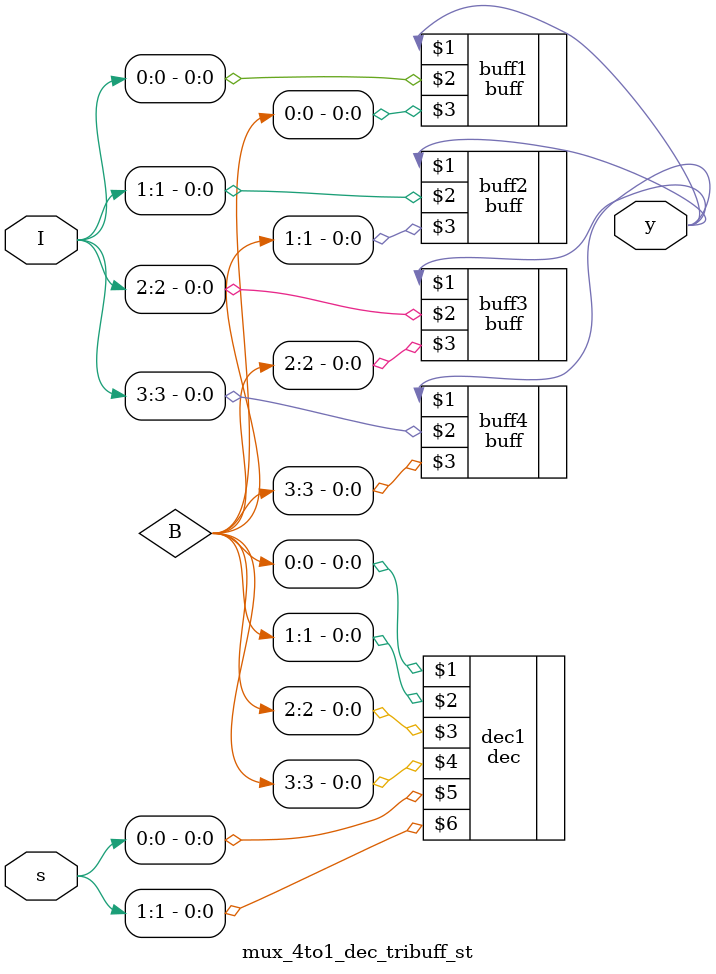
<source format=v>
module mux_4to1_dec_tribuff_st(input [1:0]s, input [3:0]I,output y);
wire [3:0]B;
dec dec1(B[0],B[1],B[2],B[3],s[0],s[1]);
buff buff1(y,I[0],B[0]);
buff buff2(y,I[1],B[1]);
buff buff3(y,I[2],B[2]);
buff buff4(y,I[3],B[3]);
endmodule
</source>
